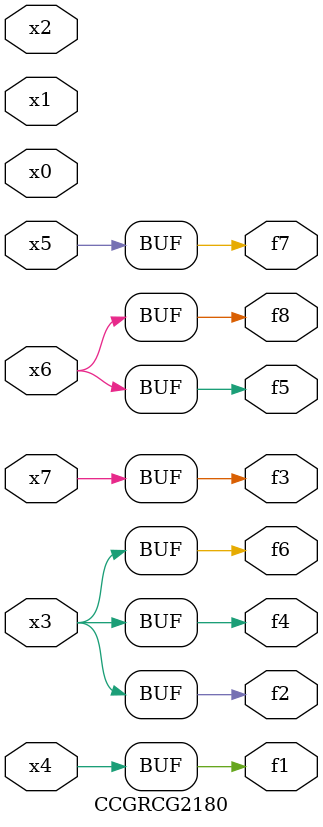
<source format=v>
module CCGRCG2180(
	input x0, x1, x2, x3, x4, x5, x6, x7,
	output f1, f2, f3, f4, f5, f6, f7, f8
);
	assign f1 = x4;
	assign f2 = x3;
	assign f3 = x7;
	assign f4 = x3;
	assign f5 = x6;
	assign f6 = x3;
	assign f7 = x5;
	assign f8 = x6;
endmodule

</source>
